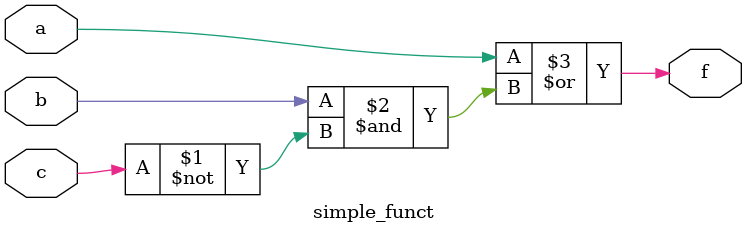
<source format=v>
module simple_funct(f, a, b, c);
input a, b, c;
output f;



assign f = a | b&~c;

endmodule

</source>
